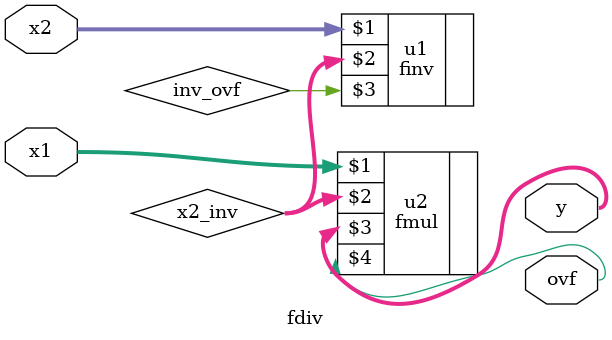
<source format=v>
`default_nettype none

module fdiv
   ( input wire [31:0] x1,
     input wire [31:0] x2,
     output wire [31:0] y,
     output wire ovf);

   /* assumptions
    * - inputs and output are not unnormal numbers or NaN or +-inf 
    * - if e is 0, the number is interpreted as +0
    * - overflow and underflow are treated as the same for ovf wire
    * - when underflow, y will be 0
    */
   
   wire [31:0] x2_inv;
   wire inv_ovf;
   finv u1(x2, x2_inv, inv_ovf);

   fmul u2(x1, x2_inv, y, ovf);
endmodule

`default_nettype wire

</source>
